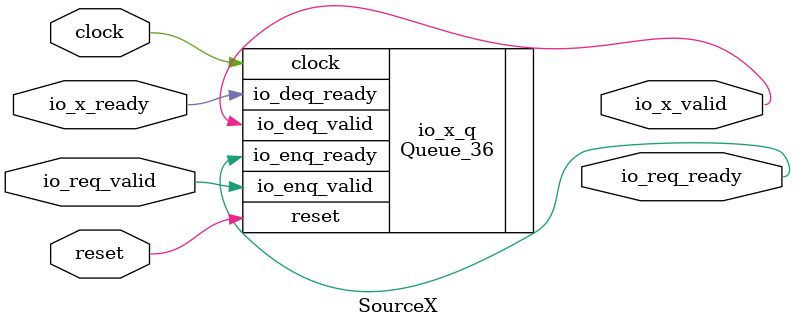
<source format=sv>
`ifndef RANDOMIZE
  `ifdef RANDOMIZE_REG_INIT
    `define RANDOMIZE
  `endif // RANDOMIZE_REG_INIT
`endif // not def RANDOMIZE
`ifndef RANDOMIZE
  `ifdef RANDOMIZE_MEM_INIT
    `define RANDOMIZE
  `endif // RANDOMIZE_MEM_INIT
`endif // not def RANDOMIZE

`ifndef RANDOM
  `define RANDOM $random
`endif // not def RANDOM

// Users can define 'PRINTF_COND' to add an extra gate to prints.
`ifndef PRINTF_COND_
  `ifdef PRINTF_COND
    `define PRINTF_COND_ (`PRINTF_COND)
  `else  // PRINTF_COND
    `define PRINTF_COND_ 1
  `endif // PRINTF_COND
`endif // not def PRINTF_COND_

// Users can define 'ASSERT_VERBOSE_COND' to add an extra gate to assert error printing.
`ifndef ASSERT_VERBOSE_COND_
  `ifdef ASSERT_VERBOSE_COND
    `define ASSERT_VERBOSE_COND_ (`ASSERT_VERBOSE_COND)
  `else  // ASSERT_VERBOSE_COND
    `define ASSERT_VERBOSE_COND_ 1
  `endif // ASSERT_VERBOSE_COND
`endif // not def ASSERT_VERBOSE_COND_

// Users can define 'STOP_COND' to add an extra gate to stop conditions.
`ifndef STOP_COND_
  `ifdef STOP_COND
    `define STOP_COND_ (`STOP_COND)
  `else  // STOP_COND
    `define STOP_COND_ 1
  `endif // STOP_COND
`endif // not def STOP_COND_

// Users can define INIT_RANDOM as general code that gets injected into the
// initializer block for modules with registers.
`ifndef INIT_RANDOM
  `define INIT_RANDOM
`endif // not def INIT_RANDOM

// If using random initialization, you can also define RANDOMIZE_DELAY to
// customize the delay used, otherwise 0.002 is used.
`ifndef RANDOMIZE_DELAY
  `define RANDOMIZE_DELAY 0.002
`endif // not def RANDOMIZE_DELAY

// Define INIT_RANDOM_PROLOG_ for use in our modules below.
`ifndef INIT_RANDOM_PROLOG_
  `ifdef RANDOMIZE
    `ifdef VERILATOR
      `define INIT_RANDOM_PROLOG_ `INIT_RANDOM
    `else  // VERILATOR
      `define INIT_RANDOM_PROLOG_ `INIT_RANDOM #`RANDOMIZE_DELAY begin end
    `endif // VERILATOR
  `else  // RANDOMIZE
    `define INIT_RANDOM_PROLOG_
  `endif // RANDOMIZE
`endif // not def INIT_RANDOM_PROLOG_

module SourceX(
  input  clock,
         reset,
         io_req_valid,
         io_x_ready,
  output io_req_ready,
         io_x_valid
);

  Queue_36 io_x_q (	// @[Decoupled.scala:375:21]
    .clock        (clock),
    .reset        (reset),
    .io_enq_valid (io_req_valid),
    .io_deq_ready (io_x_ready),
    .io_enq_ready (io_req_ready),
    .io_deq_valid (io_x_valid)
  );
endmodule


</source>
